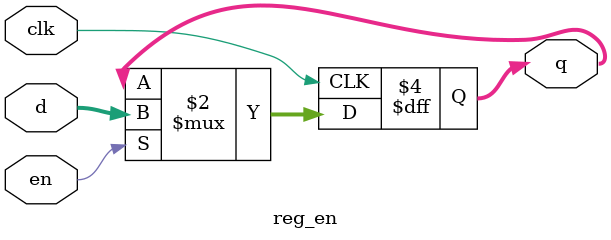
<source format=sv>

module enabled_mux (
    input wire clock,               // System clock
    input wire enable,              // Enable signal
    input wire [1:0] select,        // Input selector
    input wire [7:0] in_a, in_b, in_c, in_d, // Data inputs
    output wire [7:0] data_out      // Registered output
);

    // Registered inputs after the multiplexer (retimed)
    wire [7:0] mux_data_out;

    // Multiplexer submodule instantiation
    mux_select #(
        .DATA_WIDTH(8)
    ) mux_select_inst (
        .sel(select),
        .in0(in_a),
        .in1(in_b),
        .in2(in_c),
        .in3(in_d),
        .mux_out(mux_data_out)
    );

    // Register with enable, placed after the MUX (retimed)
    reg_en #(
        .DATA_WIDTH(8)
    ) reg_en_inst (
        .clk(clock),
        .en(enable),
        .d(mux_data_out),
        .q(data_out)
    );

endmodule

// Submodule: mux_select
// Function: 4-to-1 multiplexer for parameterizable data width
module mux_select #(
    parameter DATA_WIDTH = 8
)(
    input wire [1:0] sel,                   // Selector
    input wire [DATA_WIDTH-1:0] in0,        // Input 0
    input wire [DATA_WIDTH-1:0] in1,        // Input 1
    input wire [DATA_WIDTH-1:0] in2,        // Input 2
    input wire [DATA_WIDTH-1:0] in3,        // Input 3
    output wire [DATA_WIDTH-1:0] mux_out    // Multiplexer output
);
    // Combinational 4-to-1 multiplexer logic
    assign mux_out = (sel == 2'b00) ? in0 :
                     (sel == 2'b01) ? in1 :
                     (sel == 2'b10) ? in2 :
                     in3;
endmodule

// Submodule: reg_en
// Function: Register with clock enable for parameterizable data width
module reg_en #(
    parameter DATA_WIDTH = 8
)(
    input wire clk,                         // System clock
    input wire en,                          // Clock enable
    input wire [DATA_WIDTH-1:0] d,          // Data input
    output reg [DATA_WIDTH-1:0] q           // Registered output
);
    // Sequential logic with enable
    always @(posedge clk) begin
        if (en) begin
            q <= d;
        end
    end
endmodule
</source>
